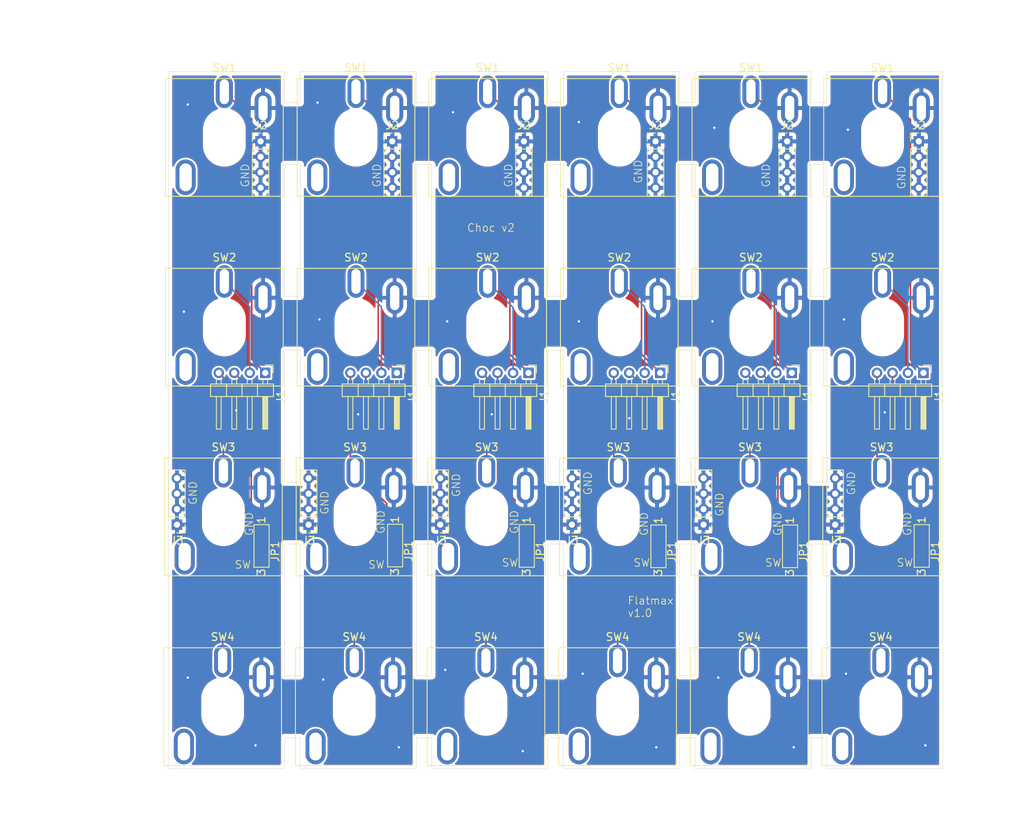
<source format=kicad_pcb>
(kicad_pcb (version 20221018) (generator pcbnew)
  (layers (0 "F.Cu" signal) (31 "B.Cu" signal) (34 "B.Paste" user) (35 "F.Paste" user) (36 "B.SilkS" user "B.Silkscreen") (37 "F.SilkS" user "F.Silkscreen") (38 "B.Mask" user) (39 "F.Mask" user) (44 "Edge.Cuts" user))
  (net 0 "")
  (net 1 "GND")
  (net 2 "Net-(J1-Pin_1)")
  (net 3 "Net-(J1-Pin_2)")
  (net 4 "Net-(J1-Pin_3)")
  (net 5 "Net-(J1-Pin_4)")
  (net 6 "Net-(JP1-B)")
  (footprint "switchCustom:SW_Kailh_Choc_V2_elongated" (layer "F.Cu") (at 195.22 70)
    (fp_text reference "SW2")
    (fp_text value "SW_DIP_x01")
  )
  (footprint "Connector_PinHeader_2.00mm:PinHeader_1x04_P2.00mm_Vertical" (layer "F.Cu") (at 216.9 46)
    (fp_text reference "J2")
    (fp_text value "Conn_01x04")
  )
  (footprint "switchCustom:SW_Kailh_Choc_V2_elongated" (layer "F.Cu") (at 246.22 45.5)
    (fp_text reference "SW1")
    (fp_text value "SW_DIP_x01")
  )
  (footprint "switchCustom:SW_Kailh_Choc_V2_elongated" (layer "F.Cu") (at 178.1 94.5)
    (fp_text reference "SW3")
    (fp_text value "SW_DIP_x01")
  )
  (footprint "Connector_PinHeader_2.00mm:PinHeader_1x04_P2.00mm_Horizontal" (layer "F.Cu") (at 183.5 75.9 -90)
    (fp_text reference "J1")
    (fp_text value "Conn_01x04")
  )
  (footprint "Connector_PinHeader_2.00mm:PinHeader_1x04_P2.00mm_Horizontal" (layer "F.Cu") (at 217.5 75.9 -90)
    (fp_text reference "J1")
    (fp_text value "Conn_01x04")
  )
  (footprint "Connector_PinHeader_2.00mm:PinHeader_1x04_P2.00mm_Vertical" (layer "F.Cu") (at 240.1 95.5 180)
    (fp_text reference "J3")
    (fp_text value "Conn_01x04")
  )
  (footprint "Connector_PinHeader_2.00mm:PinHeader_1x04_P2.00mm_Vertical" (layer "F.Cu") (at 250.9 46)
    (fp_text reference "J2")
    (fp_text value "Conn_01x04")
  )
  (footprint "Connector_PinHeader_2.00mm:PinHeader_1x04_P2.00mm_Horizontal" (layer "F.Cu") (at 234.5 75.9 -90)
    (fp_text reference "J1")
    (fp_text value "Conn_01x04")
  )
  (footprint "Jumper:SolderJumper-3_P2.0mm_Open_TrianglePad1.0x1.5mm_NumberLabels" (layer "F.Cu") (at 251.25 98.25 -90)
    (fp_text reference "JP1")
    (fp_text value "SolderJumper_3_Open")
  )
  (footprint "Connector_PinHeader_2.00mm:PinHeader_1x04_P2.00mm_Vertical" (layer "F.Cu") (at 155.1 95.5 180)
    (fp_text reference "J3")
    (fp_text value "Conn_01x04")
  )
  (footprint "Connector_PinHeader_2.00mm:PinHeader_1x04_P2.00mm_Vertical" (layer "F.Cu") (at 182.9 46)
    (fp_text reference "J2")
    (fp_text value "Conn_01x04")
  )
  (footprint "switchCustom:SW_Kailh_Choc_V2_elongated" (layer "F.Cu") (at 246.22 70)
    (fp_text reference "SW2")
    (fp_text value "SW_DIP_x01")
  )
  (footprint "switchCustom:SW_Kailh_Choc_V2_elongated" (layer "F.Cu") (at 229.1 94.5)
    (fp_text reference "SW3")
    (fp_text value "SW_DIP_x01")
  )
  (footprint "switchCustom:SW_Kailh_Choc_V2_elongated" (layer "F.Cu") (at 178 119)
    (fp_text reference "SW4")
    (fp_text value "SW_DIP_x01")
  )
  (footprint "switchCustom:SW_Kailh_Choc_V2_elongated" (layer "F.Cu") (at 229.22 45.5)
    (fp_text reference "SW1")
    (fp_text value "SW_DIP_x01")
  )
  (footprint "switchCustom:SW_Kailh_Choc_V2_elongated" (layer "F.Cu") (at 212.1 94.5)
    (fp_text reference "SW3")
    (fp_text value "SW_DIP_x01")
  )
  (footprint "Connector_PinHeader_2.00mm:PinHeader_1x04_P2.00mm_Vertical" (layer "F.Cu") (at 223.1 95.5 180)
    (fp_text reference "J3")
    (fp_text value "Conn_01x04")
  )
  (footprint "switchCustom:SW_Kailh_Choc_V2_elongated" (layer "F.Cu") (at 195.1 94.5)
    (fp_text reference "SW3")
    (fp_text value "SW_DIP_x01")
  )
  (footprint "Connector_PinHeader_2.00mm:PinHeader_1x04_P2.00mm_Vertical" (layer "F.Cu") (at 165.9 46)
    (fp_text reference "J2")
    (fp_text value "Conn_01x04")
  )
  (footprint "Jumper:SolderJumper-3_P2.0mm_Open_TrianglePad1.0x1.5mm_NumberLabels" (layer "F.Cu") (at 217.25 98.3 -90)
    (fp_text reference "JP1")
    (fp_text value "SolderJumper_3_Open")
  )
  (footprint "Connector_PinHeader_2.00mm:PinHeader_1x04_P2.00mm_Vertical" (layer "F.Cu") (at 233.9 46)
    (fp_text reference "J2")
    (fp_text value "Conn_01x04")
  )
  (footprint "switchCustom:SW_Kailh_Choc_V2_elongated" (layer "F.Cu") (at 161 119)
    (fp_text reference "SW4")
    (fp_text value "SW_DIP_x01")
  )
  (footprint "Connector_PinHeader_2.00mm:PinHeader_1x04_P2.00mm_Horizontal" (layer "F.Cu") (at 251.5 75.9 -90)
    (fp_text reference "J1")
    (fp_text value "Conn_01x04")
  )
  (footprint "Jumper:SolderJumper-3_P2.0mm_Open_TrianglePad1.0x1.5mm_NumberLabels" (layer "F.Cu") (at 166 98.25 -90)
    (fp_text reference "JP1")
    (fp_text value "SolderJumper_3_Open")
  )
  (footprint "switchCustom:SW_Kailh_Choc_V2_elongated" (layer "F.Cu") (at 178.22 70)
    (fp_text reference "SW2")
    (fp_text value "SW_DIP_x01")
  )
  (footprint "switchCustom:SW_Kailh_Choc_V2_elongated" (layer "F.Cu") (at 161.1 94.5)
    (fp_text reference "SW3")
    (fp_text value "SW_DIP_x01")
  )
  (footprint "Connector_PinHeader_2.00mm:PinHeader_1x04_P2.00mm_Horizontal" (layer "F.Cu") (at 166.5 75.9 -90)
    (fp_text reference "J1")
    (fp_text value "Conn_01x04")
  )
  (footprint "Jumper:SolderJumper-3_P2.0mm_Open_TrianglePad1.0x1.5mm_NumberLabels" (layer "F.Cu") (at 234.25 98.3 -90)
    (fp_text reference "JP1")
    (fp_text value "SolderJumper_3_Open")
  )
  (footprint "switchCustom:SW_Kailh_Choc_V2_elongated" (layer "F.Cu") (at 212 119)
    (fp_text reference "SW4")
    (fp_text value "SW_DIP_x01")
  )
  (footprint "switchCustom:SW_Kailh_Choc_V2_elongated" (layer "F.Cu") (at 246 119)
    (fp_text reference "SW4")
    (fp_text value "SW_DIP_x01")
  )
  (footprint "Connector_PinHeader_2.00mm:PinHeader_1x04_P2.00mm_Horizontal" (layer "F.Cu") (at 200.5 75.9 -90)
    (fp_text reference "J1")
    (fp_text value "Conn_01x04")
  )
  (footprint "Jumper:SolderJumper-3_P2.0mm_Open_TrianglePad1.0x1.5mm_NumberLabels" (layer "F.Cu") (at 200.25 98.25 -90)
    (fp_text reference "JP1")
    (fp_text value "SolderJumper_3_Open")
  )
  (footprint "Connector_PinHeader_2.00mm:PinHeader_1x04_P2.00mm_Vertical" (layer "F.Cu") (at 199.9 46)
    (fp_text reference "J2")
    (fp_text value "Conn_01x04")
  )
  (footprint "switchCustom:SW_Kailh_Choc_V2_elongated" (layer "F.Cu") (at 195.22 45.5)
    (fp_text reference "SW1")
    (fp_text value "SW_DIP_x01")
  )
  (footprint "switchCustom:SW_Kailh_Choc_V2_elongated" (layer "F.Cu") (at 161.22 45.5)
    (fp_text reference "SW1")
    (fp_text value "SW_DIP_x01")
  )
  (footprint "switchCustom:SW_Kailh_Choc_V2_elongated" (layer "F.Cu") (at 229.22 70)
    (fp_text reference "SW2")
    (fp_text value "SW_DIP_x01")
  )
  (footprint "switchCustom:SW_Kailh_Choc_V2_elongated" (layer "F.Cu") (at 246.1 94.5)
    (fp_text reference "SW3")
    (fp_text value "SW_DIP_x01")
  )
  (footprint "Connector_PinHeader_2.00mm:PinHeader_1x04_P2.00mm_Vertical" (layer "F.Cu") (at 206.1 95.5 180)
    (fp_text reference "J3")
    (fp_text value "Conn_01x04")
  )
  (footprint "switchCustom:SW_Kailh_Choc_V2_elongated" (layer "F.Cu") (at 161.22 70)
    (fp_text reference "SW2")
    (fp_text value "SW_DIP_x01")
  )
  (footprint "Jumper:SolderJumper-3_P2.0mm_Open_TrianglePad1.0x1.5mm_NumberLabels" (layer "F.Cu") (at 183.25 98.2 -90)
    (fp_text reference "JP1")
    (fp_text value "SolderJumper_3_Open")
  )
  (footprint "switchCustom:SW_Kailh_Choc_V2_elongated" (layer "F.Cu") (at 178.22 45.5)
    (fp_text reference "SW1")
    (fp_text value "SW_DIP_x01")
  )
  (footprint "switchCustom:SW_Kailh_Choc_V2_elongated" (layer "F.Cu") (at 229 119)
    (fp_text reference "SW4")
    (fp_text value "SW_DIP_x01")
  )
  (footprint "switchCustom:SW_Kailh_Choc_V2_elongated" (layer "F.Cu") (at 195 119)
    (fp_text reference "SW4")
    (fp_text value "SW_DIP_x01")
  )
  (footprint "Connector_PinHeader_2.00mm:PinHeader_1x04_P2.00mm_Vertical" (layer "F.Cu") (at 172.1 95.5 180)
    (fp_text reference "J3")
    (fp_text value "Conn_01x04")
  )
  (footprint "switchCustom:SW_Kailh_Choc_V2_elongated" (layer "F.Cu") (at 212.22 45.5)
    (fp_text reference "SW1")
    (fp_text value "SW_DIP_x01")
  )
  (footprint "switchCustom:SW_Kailh_Choc_V2_elongated" (layer "F.Cu") (at 212.22 70)
    (fp_text reference "SW2")
    (fp_text value "SW_DIP_x01")
  )
  (footprint "Connector_PinHeader_2.00mm:PinHeader_1x04_P2.00mm_Vertical" (layer "F.Cu") (at 189.1 95.5 180)
    (fp_text reference "J3")
    (fp_text value "Conn_01x04")
  )
  (gr_line (start 203 37) (end 203 41) (stroke (width 0.05)) (layer "Edge.Cuts"))
  (gr_line (start 188 37) (end 203 37) (stroke (width 0.05)) (layer "Edge.Cuts"))
  (gr_line (start 188 41) (end 188 37) (stroke (width 0.05)) (layer "Edge.Cuts"))
  (gr_line (start 237 115) (end 237 98) (stroke (width 0.05)) (layer "Edge.Cuts"))
  (gr_line (start 220 98) (end 222 98) (stroke (width 0.05)) (layer "Edge.Cuts"))
  (gr_line (start 169 98) (end 171 98) (stroke (width 0.05)) (layer "Edge.Cuts"))
  (gr_line (start 188 90) (end 186 90) (stroke (width 0.05)) (layer "Edge.Cuts"))
  (gr_line (start 222 37) (end 237 37) (stroke (width 0.05)) (layer "Edge.Cuts"))
  (gr_line (start 203 90) (end 203 73) (stroke (width 0.05)) (layer "Edge.Cuts"))
  (gr_line (start 186 90) (end 186 73) (stroke (width 0.05)) (layer "Edge.Cuts"))
  (gr_line (start 203 41) (end 205 41) (stroke (width 0.05)) (layer "Edge.Cuts"))
  (gr_line (start 237 37) (end 237 41) (stroke (width 0.05)) (layer "Edge.Cuts"))
  (gr_line (start 171 123) (end 169 123) (stroke (width 0.05)) (layer "Edge.Cuts"))
  (gr_line (start 203 127) (end 188 127) (stroke (width 0.05)) (layer "Edge.Cuts"))
  (gr_line (start 237 73) (end 239 73) (stroke (width 0.05)) (layer "Edge.Cuts"))
  (gr_line (start 220 123) (end 220 127) (stroke (width 0.05)) (layer "Edge.Cuts"))
  (gr_line (start 220 37) (end 220 41) (stroke (width 0.05)) (layer "Edge.Cuts"))
  (gr_line (start 169 41) (end 171 41) (stroke (width 0.05)) (layer "Edge.Cuts"))
  (gr_line (start 237 49) (end 239 49) (stroke (width 0.05)) (layer "Edge.Cuts"))
  (gr_line (start 171 73) (end 171 90) (stroke (width 0.05)) (layer "Edge.Cuts"))
  (gr_line (start 171 41) (end 171 37) (stroke (width 0.05)) (layer "Edge.Cuts"))
  (gr_line (start 203 115) (end 203 98) (stroke (width 0.05)) (layer "Edge.Cuts"))
  (gr_line (start 188 115) (end 186 115) (stroke (width 0.05)) (layer "Edge.Cuts"))
  (gr_line (start 239 127) (end 239 123) (stroke (width 0.05)) (layer "Edge.Cuts"))
  (gr_line (start 171 37) (end 186 37) (stroke (width 0.05)) (layer "Edge.Cuts"))
  (gr_line (start 239 98) (end 239 115) (stroke (width 0.05)) (layer "Edge.Cuts"))
  (gr_line (start 222 123) (end 220 123) (stroke (width 0.05)) (layer "Edge.Cuts"))
  (gr_line (start 188 127) (end 188 123) (stroke (width 0.05)) (layer "Edge.Cuts"))
  (gr_line (start 188 98) (end 188 115) (stroke (width 0.05)) (layer "Edge.Cuts"))
  (gr_line (start 220 41) (end 222 41) (stroke (width 0.05)) (layer "Edge.Cuts"))
  (gr_line (start 239 115) (end 237 115) (stroke (width 0.05)) (layer "Edge.Cuts"))
  (gr_line (start 222 66) (end 220 66) (stroke (width 0.05)) (layer "Edge.Cuts"))
  (gr_line (start 220 115) (end 220 98) (stroke (width 0.05)) (layer "Edge.Cuts"))
  (gr_line (start 186 49) (end 188 49) (stroke (width 0.05)) (layer "Edge.Cuts"))
  (gr_line (start 171 115) (end 169 115) (stroke (width 0.05)) (layer "Edge.Cuts"))
  (gr_line (start 154 37) (end 169 37) (stroke (width 0.05)) (layer "Edge.Cuts"))
  (gr_line (start 203 66) (end 203 49) (stroke (width 0.05)) (layer "Edge.Cuts"))
  (gr_line (start 205 98) (end 205 115) (stroke (width 0.05)) (layer "Edge.Cuts"))
  (gr_line (start 186 66) (end 186 49) (stroke (width 0.05)) (layer "Edge.Cuts"))
  (gr_line (start 171 127) (end 171 123) (stroke (width 0.05)) (layer "Edge.Cuts"))
  (gr_line (start 203 73) (end 205 73) (stroke (width 0.05)) (layer "Edge.Cuts"))
  (gr_line (start 220 66) (end 220 49) (stroke (width 0.05)) (layer "Edge.Cuts"))
  (gr_line (start 237 123) (end 237 127) (stroke (width 0.05)) (layer "Edge.Cuts"))
  (gr_line (start 220 73) (end 222 73) (stroke (width 0.05)) (layer "Edge.Cuts"))
  (gr_line (start 239 49) (end 239 66) (stroke (width 0.05)) (layer "Edge.Cuts"))
  (gr_line (start 171 98) (end 171 115) (stroke (width 0.05)) (layer "Edge.Cuts"))
  (gr_line (start 186 115) (end 186 98) (stroke (width 0.05)) (layer "Edge.Cuts"))
  (gr_line (start 254 37) (end 254 127) (stroke (width 0.05)) (layer "Edge.Cuts"))
  (gr_line (start 205 41) (end 205 37) (stroke (width 0.05)) (layer "Edge.Cuts"))
  (gr_line (start 186 98) (end 188 98) (stroke (width 0.05)) (layer "Edge.Cuts"))
  (gr_line (start 205 66) (end 203 66) (stroke (width 0.05)) (layer "Edge.Cuts"))
  (gr_line (start 188 123) (end 186 123) (stroke (width 0.05)) (layer "Edge.Cuts"))
  (gr_line (start 171 49) (end 171 66) (stroke (width 0.05)) (layer "Edge.Cuts"))
  (gr_line (start 237 127) (end 222 127) (stroke (width 0.05)) (layer "Edge.Cuts"))
  (gr_line (start 169 37) (end 169 41) (stroke (width 0.05)) (layer "Edge.Cuts"))
  (gr_line (start 239 90) (end 237 90) (stroke (width 0.05)) (layer "Edge.Cuts"))
  (gr_line (start 169 49) (end 171 49) (stroke (width 0.05)) (layer "Edge.Cuts"))
  (gr_line (start 254 127) (end 239 127) (stroke (width 0.05)) (layer "Edge.Cuts"))
  (gr_line (start 186 123) (end 186 127) (stroke (width 0.05)) (layer "Edge.Cuts"))
  (gr_line (start 188 73) (end 188 90) (stroke (width 0.05)) (layer "Edge.Cuts"))
  (gr_line (start 205 37) (end 220 37) (stroke (width 0.05)) (layer "Edge.Cuts"))
  (gr_line (start 154 127) (end 154 37) (stroke (width 0.05)) (layer "Edge.Cuts"))
  (gr_line (start 237 41) (end 239 41) (stroke (width 0.05)) (layer "Edge.Cuts"))
  (gr_line (start 205 123) (end 203 123) (stroke (width 0.05)) (layer "Edge.Cuts"))
  (gr_line (start 237 98) (end 239 98) (stroke (width 0.05)) (layer "Edge.Cuts"))
  (gr_line (start 188 49) (end 188 66) (stroke (width 0.05)) (layer "Edge.Cuts"))
  (gr_line (start 239 123) (end 237 123) (stroke (width 0.05)) (layer "Edge.Cuts"))
  (gr_line (start 171 90) (end 169 90) (stroke (width 0.05)) (layer "Edge.Cuts"))
  (gr_line (start 220 49) (end 222 49) (stroke (width 0.05)) (layer "Edge.Cuts"))
  (gr_line (start 169 115) (end 169 98) (stroke (width 0.05)) (layer "Edge.Cuts"))
  (gr_line (start 186 127) (end 171 127) (stroke (width 0.05)) (layer "Edge.Cuts"))
  (gr_line (start 222 90) (end 220 90) (stroke (width 0.05)) (layer "Edge.Cuts"))
  (gr_line (start 220 90) (end 220 73) (stroke (width 0.05)) (layer "Edge.Cuts"))
  (gr_line (start 239 37) (end 254 37) (stroke (width 0.05)) (layer "Edge.Cuts"))
  (gr_line (start 239 73) (end 239 90) (stroke (width 0.05)) (layer "Edge.Cuts"))
  (gr_line (start 169 90) (end 169 73) (stroke (width 0.05)) (layer "Edge.Cuts"))
  (gr_line (start 239 41) (end 239 37) (stroke (width 0.05)) (layer "Edge.Cuts"))
  (gr_line (start 205 49) (end 205 66) (stroke (width 0.05)) (layer "Edge.Cuts"))
  (gr_line (start 237 90) (end 237 73) (stroke (width 0.05)) (layer "Edge.Cuts"))
  (gr_line (start 188 66) (end 186 66) (stroke (width 0.05)) (layer "Edge.Cuts"))
  (gr_line (start 169 123) (end 169 127) (stroke (width 0.05)) (layer "Edge.Cuts"))
  (gr_line (start 205 73) (end 205 90) (stroke (width 0.05)) (layer "Edge.Cuts"))
  (gr_line (start 222 41) (end 222 37) (stroke (width 0.05)) (layer "Edge.Cuts"))
  (gr_line (start 239 66) (end 237 66) (stroke (width 0.05)) (layer "Edge.Cuts"))
  (gr_line (start 169 66) (end 169 49) (stroke (width 0.05)) (layer "Edge.Cuts"))
  (gr_line (start 169 127) (end 154 127) (stroke (width 0.05)) (layer "Edge.Cuts"))
  (gr_line (start 237 66) (end 237 49) (stroke (width 0.05)) (layer "Edge.Cuts"))
  (gr_line (start 222 127) (end 222 123) (stroke (width 0.05)) (layer "Edge.Cuts"))
  (gr_line (start 222 73) (end 222 90) (stroke (width 0.05)) (layer "Edge.Cuts"))
  (gr_line (start 205 115) (end 203 115) (stroke (width 0.05)) (layer "Edge.Cuts"))
  (gr_line (start 205 90) (end 203 90) (stroke (width 0.05)) (layer "Edge.Cuts"))
  (gr_line (start 203 123) (end 203 127) (stroke (width 0.05)) (layer "Edge.Cuts"))
  (gr_line (start 220 127) (end 205 127) (stroke (width 0.05)) (layer "Edge.Cuts"))
  (gr_line (start 222 98) (end 222 115) (stroke (width 0.05)) (layer "Edge.Cuts"))
  (gr_line (start 203 49) (end 205 49) (stroke (width 0.05)) (layer "Edge.Cuts"))
  (gr_line (start 169 73) (end 171 73) (stroke (width 0.05)) (layer "Edge.Cuts"))
  (gr_line (start 186 37) (end 186 41) (stroke (width 0.05)) (layer "Edge.Cuts"))
  (gr_line (start 205 127) (end 205 123) (stroke (width 0.05)) (layer "Edge.Cuts"))
  (gr_line (start 203 98) (end 205 98) (stroke (width 0.05)) (layer "Edge.Cuts"))
  (gr_line (start 222 49) (end 222 66) (stroke (width 0.05)) (layer "Edge.Cuts"))
  (gr_line (start 186 73) (end 188 73) (stroke (width 0.05)) (layer "Edge.Cuts"))
  (gr_line (start 186 41) (end 188 41) (stroke (width 0.05)) (layer "Edge.Cuts"))
  (gr_line (start 171 66) (end 169 66) (stroke (width 0.05)) (layer "Edge.Cuts"))
  (gr_line (start 222 115) (end 220 115) (stroke (width 0.05)) (layer "Edge.Cuts"))
  (gr_text "Flatmax\nv1.0" (at 213.25 107.5) (layer "F.SilkS") (effects (font (size 1 1) (thickness 0.1)) (justify left bottom)))
  (gr_text "GND" (at 233.25 97 90) (layer "F.SilkS") (effects (font (size 1 1) (thickness 0.1)) (justify left bottom)))
  (gr_text "SW" (at 162.5 101.25) (layer "F.SilkS") (effects (font (size 1 1) (thickness 0.1)) (justify left bottom)))
  (gr_text "SW" (at 231 101) (layer "F.SilkS") (effects (font (size 1 1) (thickness 0.1)) (justify left bottom)))
  (gr_text "GND" (at 157.75 93 90) (layer "F.SilkS") (effects (font (size 1 1) (thickness 0.1)) (justify left bottom)))
  (gr_text "GND" (at 198.5 52 90) (layer "F.SilkS") (effects (font (size 1 1) (thickness 0.1)) (justify left bottom)))
  (gr_text "GND" (at 191.75 92 90) (layer "F.SilkS") (effects (font (size 1 1) (thickness 0.1)) (justify left bottom)))
  (gr_text "GND" (at 199.25 96.75 90) (layer "F.SilkS") (effects (font (size 1 1) (thickness 0.1)) (justify left bottom)))
  (gr_text "SW" (at 248 101) (layer "F.SilkS") (effects (font (size 1 1) (thickness 0.1)) (justify left bottom)))
  (gr_text "GND" (at 181.5 52 90) (layer "F.SilkS") (effects (font (size 1 1) (thickness 0.1)) (justify left bottom)))
  (gr_text "Choc v2" (at 192.5 57.75) (layer "F.SilkS") (effects (font (size 1 1) (thickness 0.1)) (justify left bottom)))
  (gr_text "GND" (at 208.75 91.75 90) (layer "F.SilkS") (effects (font (size 1 1) (thickness 0.1)) (justify left bottom)))
  (gr_text "SW" (at 197 101) (layer "F.SilkS") (effects (font (size 1 1) (thickness 0.1)) (justify left bottom)))
  (gr_text "GND" (at 164.5 52 90) (layer "F.SilkS") (effects (font (size 1 1) (thickness 0.1)) (justify left bottom)))
  (gr_text "GND" (at 215.25 51.5 90) (layer "F.SilkS") (effects (font (size 1 1) (thickness 0.1)) (justify left bottom)))
  (gr_text "SW" (at 179.75 101.25) (layer "F.SilkS") (effects (font (size 1 1) (thickness 0.1)) (justify left bottom)))
  (gr_text "GND" (at 242.75 91.75 90) (layer "F.SilkS") (effects (font (size 1 1) (thickness 0.1)) (justify left bottom)))
  (gr_text "GND" (at 165 97 90) (layer "F.SilkS") (effects (font (size 1 1) (thickness 0.1)) (justify left bottom)))
  (gr_text "GND" (at 174.75 94.25 90) (layer "F.SilkS") (effects (font (size 1 1) (thickness 0.1)) (justify left bottom)))
  (gr_text "GND" (at 249.25 52.25 90) (layer "F.SilkS") (effects (font (size 1 1) (thickness 0.1)) (justify left bottom)))
  (gr_text "GND" (at 216 97 90) (layer "F.SilkS") (effects (font (size 1 1) (thickness 0.1)) (justify left bottom)))
  (gr_text "GND" (at 250 97 90) (layer "F.SilkS") (effects (font (size 1 1) (thickness 0.1)) (justify left bottom)))
  (gr_text "GND" (at 225.75 94.5 90) (layer "F.SilkS") (effects (font (size 1 1) (thickness 0.1)) (justify left bottom)))
  (gr_text "GND" (at 231.75 52 90) (layer "F.SilkS") (effects (font (size 1 1) (thickness 0.1)) (justify left bottom)))
  (gr_text "GND" (at 182 96.75 90) (layer "F.SilkS") (effects (font (size 1 1) (thickness 0.1)) (justify left bottom)))
  (gr_text "SW" (at 214 101) (layer "F.SilkS") (effects (font (size 1 1) (thickness 0.1)) (justify left bottom)))
  (via (at 234.75 124.25) (size 0.6) (drill 0.3) (layers "F.Cu" "B.Cu") (net 1))
  (via (at 156.5 41.25) (size 0.6) (drill 0.3) (layers "F.Cu" "B.Cu") (net 1))
  (via (at 251.75 124) (size 0.6) (drill 0.3) (layers "F.Cu" "B.Cu") (net 1))
  (via (at 165.25 124) (size 0.6) (drill 0.3) (layers "F.Cu" "B.Cu") (net 1))
  (via (at 162.75 80.75) (size 0.6) (drill 0.3) (layers "F.Cu" "B.Cu") (net 1))
  (via (at 241.5 114.75) (size 0.6) (drill 0.3) (layers "F.Cu" "B.Cu") (net 1))
  (via (at 241.25 69) (size 0.6) (drill 0.3) (layers "F.Cu" "B.Cu") (net 1))
  (via (at 173.25 41) (size 0.6) (drill 0.3) (layers "F.Cu" "B.Cu") (net 1))
  (via (at 183.75 124.25) (size 0.6) (drill 0.3) (layers "F.Cu" "B.Cu") (net 1))
  (via (at 246.5 81) (size 0.6) (drill 0.3) (layers "F.Cu" "B.Cu") (net 1))
  (via (at 207 43.5) (size 0.6) (drill 0.3) (layers "F.Cu" "B.Cu") (net 1))
  (via (at 190 69.25) (size 0.6) (drill 0.3) (layers "F.Cu" "B.Cu") (net 1))
  (via (at 207 69.25) (size 0.6) (drill 0.3) (layers "F.Cu" "B.Cu") (net 1))
  (via (at 224.25 69.25) (size 0.6) (drill 0.3) (layers "F.Cu" "B.Cu") (net 1))
  (via (at 225 115.25) (size 0.6) (drill 0.3) (layers "F.Cu" "B.Cu") (net 1))
  (via (at 217 124.25) (size 0.6) (drill 0.3) (layers "F.Cu" "B.Cu") (net 1))
  (via (at 156 68) (size 0.6) (drill 0.3) (layers "F.Cu" "B.Cu") (net 1))
  (via (at 213.5 81.75) (size 0.6) (drill 0.3) (layers "F.Cu" "B.Cu") (net 1))
  (via (at 224.5 44.25) (size 0.6) (drill 0.3) (layers "F.Cu" "B.Cu") (net 1))
  (via (at 241.75 44.5) (size 0.6) (drill 0.3) (layers "F.Cu" "B.Cu") (net 1))
  (via (at 174 115.5) (size 0.6) (drill 0.3) (layers "F.Cu" "B.Cu") (net 1))
  (via (at 207.5 114.75) (size 0.6) (drill 0.3) (layers "F.Cu" "B.Cu") (net 1))
  (via (at 178.5 81.25) (size 0.6) (drill 0.3) (layers "F.Cu" "B.Cu") (net 1))
  (via (at 173.5 69) (size 0.6) (drill 0.3) (layers "F.Cu" "B.Cu") (net 1))
  (via (at 189.75 114.25) (size 0.6) (drill 0.3) (layers "F.Cu" "B.Cu") (net 1))
  (via (at 199.75 124.75) (size 0.6) (drill 0.3) (layers "F.Cu" "B.Cu") (net 1))
  (via (at 190.75 42.25) (size 0.6) (drill 0.3) (layers "F.Cu" "B.Cu") (net 1))
  (via (at 195.75 81.25) (size 0.6) (drill 0.3) (layers "F.Cu" "B.Cu") (net 1))
  (via (at 156.5 115.25) (size 0.6) (drill 0.3) (layers "F.Cu" "B.Cu") (net 1))
  (segment (start 181.095 42.475) (end 181.095 73.495) (width 0.2) (layer "F.Cu") (net 2))
  (segment (start 181.095 73.495) (end 183.5 75.9) (width 0.2) (layer "F.Cu") (net 2))
  (segment (start 161.22 39.6) (end 164.75 43.13) (width 0.2) (layer "F.Cu") (net 2))
  (segment (start 212.22 39.6) (end 215.095 42.475) (width 0.2) (layer "F.Cu") (net 2))
  (segment (start 164.75 74.15) (end 166.5 75.9) (width 0.2) (layer "F.Cu") (net 2))
  (segment (start 164.75 43.13) (end 164.75 74.15) (width 0.2) (layer "F.Cu") (net 2))
  (segment (start 198.095 73.495) (end 200.5 75.9) (width 0.2) (layer "F.Cu") (net 2))
  (segment (start 178.22 39.6) (end 181.095 42.475) (width 0.2) (layer "F.Cu") (net 2))
  (segment (start 215.095 42.475) (end 215.095 73.495) (width 0.2) (layer "F.Cu") (net 2))
  (segment (start 229.22 39.6) (end 232.25 42.63) (width 0.2) (layer "F.Cu") (net 2))
  (segment (start 246.22 39.6) (end 249.82 43.2) (width 0.2) (layer "F.Cu") (net 2))
  (segment (start 232.25 73.65) (end 234.5 75.9) (width 0.2) (layer "F.Cu") (net 2))
  (segment (start 195.22 39.6) (end 198.095 42.475) (width 0.2) (layer "F.Cu") (net 2))
  (segment (start 232.25 42.63) (end 232.25 73.65) (width 0.2) (layer "F.Cu") (net 2))
  (segment (start 198.095 42.475) (end 198.095 73.495) (width 0.2) (layer "F.Cu") (net 2))
  (segment (start 249.82 74.22) (end 251.5 75.9) (width 0.2) (layer "F.Cu") (net 2))
  (segment (start 249.82 43.2) (end 249.82 74.22) (width 0.2) (layer "F.Cu") (net 2))
  (segment (start 215.095 73.495) (end 217.5 75.9) (width 0.2) (layer "F.Cu") (net 2))
  (segment (start 246.22 64.1) (end 249.5 67.38) (width 0.2) (layer "B.Cu") (net 3))
  (segment (start 215.5 67.38) (end 215.5 75.9) (width 0.2) (layer "B.Cu") (net 3))
  (segment (start 161.22 64.1) (end 164.5 67.38) (width 0.2) (layer "B.Cu") (net 3))
  (segment (start 195.22 64.179899) (end 198.5 67.459899) (width 0.2) (layer "B.Cu") (net 3))
  (segment (start 195.22 64.1) (end 195.22 64.179899) (width 0.2) (layer "B.Cu") (net 3))
  (segment (start 229.22 64.47) (end 232.5 67.75) (width 0.2) (layer "B.Cu") (net 3))
  (segment (start 198.5 67.459899) (end 198.5 75.9) (width 0.2) (layer "B.Cu") (net 3))
  (segment (start 178.22 64.1) (end 181.5 67.38) (width 0.2) (layer "B.Cu") (net 3))
  (segment (start 249.5 67.38) (end 249.5 75.9) (width 0.2) (layer "B.Cu") (net 3))
  (segment (start 181.5 67.38) (end 181.5 75.9) (width 0.2) (layer "B.Cu") (net 3))
  (segment (start 229.22 64.1) (end 229.22 64.47) (width 0.2) (layer "B.Cu") (net 3))
  (segment (start 164.5 67.38) (end 164.5 75.9) (width 0.2) (layer "B.Cu") (net 3))
  (segment (start 212.22 64.1) (end 215.5 67.38) (width 0.2) (layer "B.Cu") (net 3))
  (segment (start 232.5 67.75) (end 232.5 75.9) (width 0.2) (layer "B.Cu") (net 3))
  (segment (start 164.7 96.95) (end 164.7 78.1) (width 0.2) (layer "F.Cu") (net 4))
  (segment (start 200.25 98.25) (end 198.75 96.75) (width 0.2) (layer "F.Cu") (net 4))
  (segment (start 179.5 90.079899) (end 182.2 92.779899) (width 0.2) (layer "F.Cu") (net 4))
  (segment (start 247.5 90.834136) (end 250.2 93.534136) (width 0.2) (layer "F.Cu") (net 4))
  (segment (start 182.2 97.15) (end 183.25 98.2) (width 0.2) (layer "F.Cu") (net 4))
  (segment (start 196.5 90.079899) (end 196.5 75.9) (width 0.2) (layer "F.Cu") (net 4))
  (segment (start 179.5 75.9) (end 179.5 90.079899) (width 0.2) (layer "F.Cu") (net 4))
  (segment (start 234.25 98.3) (end 232.7 96.75) (width 0.2) (layer "F.Cu") (net 4))
  (segment (start 198.75 96.75) (end 198.75 92.329899) (width 0.2) (layer "F.Cu") (net 4))
  (segment (start 232.7 78.1) (end 230.5 75.9) (width 0.2) (layer "F.Cu") (net 4))
  (segment (start 250.2 97.2) (end 251.25 98.25) (width 0.2) (layer "F.Cu") (net 4))
  (segment (start 166 98.25) (end 164.7 96.95) (width 0.2) (layer "F.Cu") (net 4))
  (segment (start 232.7 96.75) (end 232.7 78.1) (width 0.2) (layer "F.Cu") (net 4))
  (segment (start 250.2 93.534136) (end 250.2 97.2) (width 0.2) (layer "F.Cu") (net 4))
  (segment (start 213.5 75.9) (end 214.975 77.375) (width 0.2) (layer "F.Cu") (net 4))
  (segment (start 182.2 92.779899) (end 182.2 97.15) (width 0.2) (layer "F.Cu") (net 4))
  (segment (start 247.5 75.9) (end 247.5 90.834136) (width 0.2) (layer "F.Cu") (net 4))
  (segment (start 214.975 77.375) (end 214.975 96.025) (width 0.2) (layer "F.Cu") (net 4))
  (segment (start 198.75 92.329899) (end 196.5 90.079899) (width 0.2) (layer "F.Cu") (net 4))
  (segment (start 164.7 78.1) (end 162.5 75.9) (width 0.2) (layer "F.Cu") (net 4))
  (segment (start 214.975 96.025) (end 217.25 98.3) (width 0.2) (layer "F.Cu") (net 4))
  (segment (start 177.5 88) (end 178.1 88.6) (width 0.2) (layer "F.Cu") (net 5))
  (segment (start 229.1 88.6) (end 229.1 76.5) (width 0.2) (layer "F.Cu") (net 5))
  (segment (start 211.5 75.9) (end 211.5 88) (width 0.2) (layer "F.Cu") (net 5))
  (segment (start 195.1 76.5) (end 194.5 75.9) (width 0.2) (layer "F.Cu") (net 5))
  (segment (start 229.1 76.5) (end 228.5 75.9) (width 0.2) (layer "F.Cu") (net 5))
  (segment (start 245.5 88) (end 246.1 88.6) (width 0.2) (layer "F.Cu") (net 5))
  (segment (start 161.1 88.6) (end 161.1 76.5) (width 0.2) (layer "F.Cu") (net 5))
  (segment (start 177.5 75.9) (end 177.5 88) (width 0.2) (layer "F.Cu") (net 5))
  (segment (start 245.5 75.9) (end 245.5 88) (width 0.2) (layer "F.Cu") (net 5))
  (segment (start 195.1 88.6) (end 195.1 76.5) (width 0.2) (layer "F.Cu") (net 5))
  (segment (start 161.1 76.5) (end 160.5 75.9) (width 0.2) (layer "F.Cu") (net 5))
  (segment (start 211.5 88) (end 212.1 88.6) (width 0.2) (layer "F.Cu") (net 5))
  (segment (start 234.25 100.3) (end 229 105.55) (width 0.2) (layer "F.Cu") (net 6))
  (segment (start 200.25 100.25) (end 195 105.5) (width 0.2) (layer "F.Cu") (net 6))
  (segment (start 212 105.55) (end 217.25 100.3) (width 0.2) (layer "F.Cu") (net 6))
  (segment (start 195 105.5) (end 195 113.1) (width 0.2) (layer "F.Cu") (net 6))
  (segment (start 178 104.75) (end 182.55 100.2) (width 0.2) (layer "F.Cu") (net 6))
  (segment (start 178 113.1) (end 178 104.75) (width 0.2) (layer "F.Cu") (net 6))
  (segment (start 212 113.1) (end 212 105.55) (width 0.2) (layer "F.Cu") (net 6))
  (segment (start 229 105.55) (end 229 113.1) (width 0.2) (layer "F.Cu") (net 6))
  (segment (start 246 105.5) (end 251.25 100.25) (width 0.2) (layer "F.Cu") (net 6))
  (segment (start 182.55 100.2) (end 183.25 100.2) (width 0.2) (layer "F.Cu") (net 6))
  (segment (start 246 113.1) (end 246 105.5) (width 0.2) (layer "F.Cu") (net 6))
  (segment (start 166 100.25) (end 161 105.25) (width 0.2) (layer "F.Cu") (net 6))
  (segment (start 161 105.25) (end 161 113.1) (width 0.2) (layer "F.Cu") (net 6))
  (zone (net 1) (net_name "GND") (layers "F&B.Cu") (connect_pads (clearance 0.25)) (min_thickness 0.25) (fill yes (thermal_gap 0.5) (thermal_bridge_width 0.5))
    (polygon (pts (xy 140.5 30.25) (xy 264.5 27.75) (xy 261.75 134) (xy 132.25 132.75)))
  )
)
</source>
